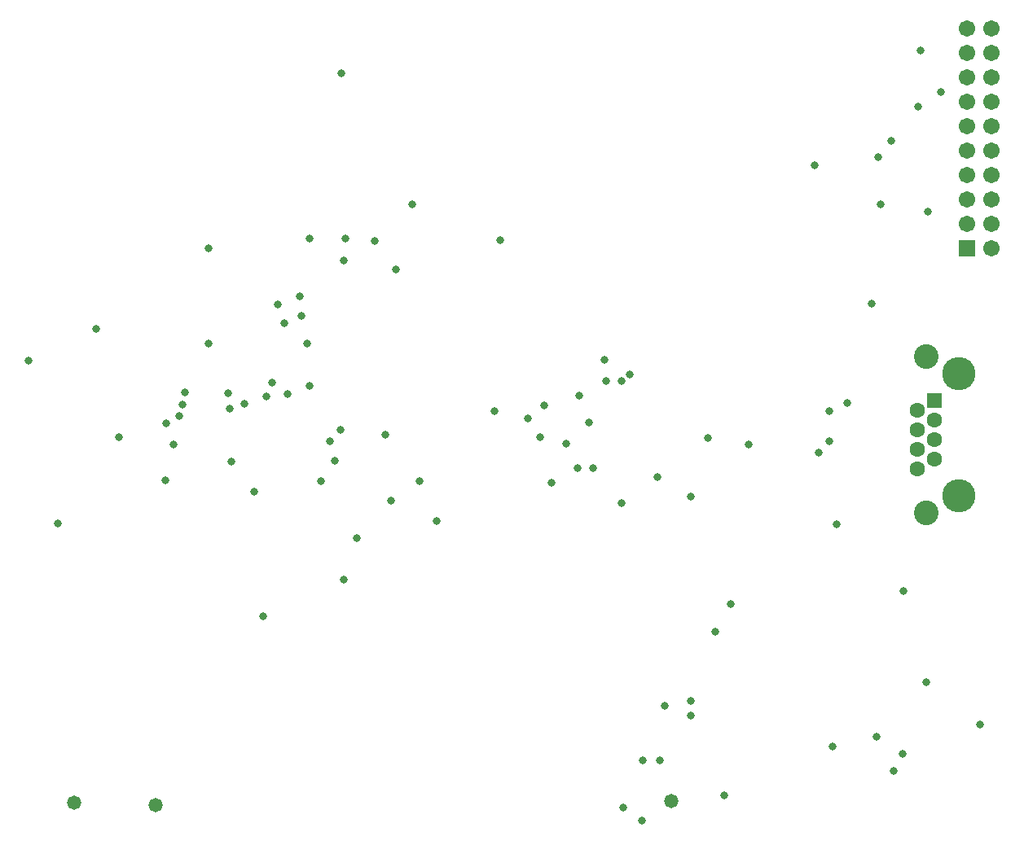
<source format=gbs>
G04*
G04 #@! TF.GenerationSoftware,Altium Limited,Altium Designer,20.1.14 (287)*
G04*
G04 Layer_Color=16711935*
%FSLAX25Y25*%
%MOIN*%
G70*
G04*
G04 #@! TF.SameCoordinates,337FD55F-C749-4CE5-A7C0-25B7CD9D1A6A*
G04*
G04*
G04 #@! TF.FilePolarity,Negative*
G04*
G01*
G75*
%ADD96C,0.06737*%
%ADD97R,0.06737X0.06737*%
%ADD98C,0.13595*%
%ADD99C,0.06304*%
%ADD100R,0.06304X0.06304*%
%ADD101C,0.10072*%
%ADD102C,0.03300*%
%ADD103C,0.05800*%
D96*
X419300Y355500D02*
D03*
Y345500D02*
D03*
Y335500D02*
D03*
Y325500D02*
D03*
Y315500D02*
D03*
Y305500D02*
D03*
Y295500D02*
D03*
Y285500D02*
D03*
Y275500D02*
D03*
Y265500D02*
D03*
X409300Y355500D02*
D03*
Y345500D02*
D03*
Y335500D02*
D03*
Y325500D02*
D03*
Y315500D02*
D03*
Y305500D02*
D03*
Y295500D02*
D03*
Y285500D02*
D03*
Y275500D02*
D03*
D97*
Y265500D02*
D03*
D98*
X405865Y164008D02*
D03*
Y214008D02*
D03*
D99*
X388857Y174992D02*
D03*
X395865Y179008D02*
D03*
X388857Y183024D02*
D03*
X395865Y187039D02*
D03*
X388857Y191055D02*
D03*
X395865Y195071D02*
D03*
X388857Y199087D02*
D03*
D100*
X395865Y203102D02*
D03*
D101*
X392361Y157000D02*
D03*
Y221016D02*
D03*
D102*
X379100Y51500D02*
D03*
X372200Y65600D02*
D03*
X254500Y194100D02*
D03*
X37100Y152800D02*
D03*
X25100Y219500D02*
D03*
X153100Y337200D02*
D03*
X309900Y41300D02*
D03*
X296200Y80000D02*
D03*
X382700Y58500D02*
D03*
X319800Y185200D02*
D03*
X81500Y193800D02*
D03*
X84370Y184995D02*
D03*
X52770Y232470D02*
D03*
X88100Y201400D02*
D03*
X86820Y196920D02*
D03*
X98700Y265606D02*
D03*
X398500Y329600D02*
D03*
X154022Y260322D02*
D03*
X140300Y269400D02*
D03*
X154820Y269320D02*
D03*
X108200Y178250D02*
D03*
X121100Y114800D02*
D03*
X113500Y201900D02*
D03*
X175600Y256700D02*
D03*
X98700Y226400D02*
D03*
X127200Y242400D02*
D03*
X140200Y209000D02*
D03*
X122500Y204900D02*
D03*
X124700Y210500D02*
D03*
X107353Y199929D02*
D03*
X106800Y206100D02*
D03*
X383000Y125100D02*
D03*
X296300Y163900D02*
D03*
X282600Y171800D02*
D03*
X245200Y185500D02*
D03*
X234400Y188200D02*
D03*
X249800Y175600D02*
D03*
X250400Y205200D02*
D03*
X261400Y211200D02*
D03*
X267800D02*
D03*
X256000Y175500D02*
D03*
X414400Y70500D02*
D03*
X152700Y191100D02*
D03*
X148500Y186300D02*
D03*
X229600Y195800D02*
D03*
X215900Y198700D02*
D03*
X171200Y189000D02*
D03*
X144900Y170000D02*
D03*
X150500Y178500D02*
D03*
X154000Y129700D02*
D03*
X285500Y78000D02*
D03*
X296300Y74100D02*
D03*
X192000Y153800D02*
D03*
X131300Y205700D02*
D03*
X236100Y201200D02*
D03*
X218300Y268700D02*
D03*
X185150Y170250D02*
D03*
X239300Y169500D02*
D03*
X306000Y108500D02*
D03*
X89200Y206300D02*
D03*
X159400Y146800D02*
D03*
X393300Y280500D02*
D03*
X346700Y299600D02*
D03*
X372800Y302700D02*
D03*
X373700Y283500D02*
D03*
X129700Y234862D02*
D03*
X136700Y237900D02*
D03*
X139100Y226400D02*
D03*
X136000Y245700D02*
D03*
X260700Y219700D02*
D03*
X378200Y309400D02*
D03*
X389000Y323300D02*
D03*
X390200Y346300D02*
D03*
X173600Y162100D02*
D03*
X271300Y213900D02*
D03*
X81300Y170500D02*
D03*
X182000Y283600D02*
D03*
X166800Y268500D02*
D03*
X354100Y61400D02*
D03*
X392400Y87700D02*
D03*
X370000Y242800D02*
D03*
X360200Y202200D02*
D03*
X355900Y152500D02*
D03*
X348400Y181800D02*
D03*
X303100Y187700D02*
D03*
X267900Y161100D02*
D03*
X117500Y165900D02*
D03*
X62100Y188000D02*
D03*
X276300Y31000D02*
D03*
X283600Y55900D02*
D03*
X268600Y36500D02*
D03*
X276400Y55800D02*
D03*
X352800Y186500D02*
D03*
X352900Y198800D02*
D03*
X312500Y119900D02*
D03*
D103*
X288000Y39200D02*
D03*
X43800Y38600D02*
D03*
X77000Y37500D02*
D03*
M02*

</source>
